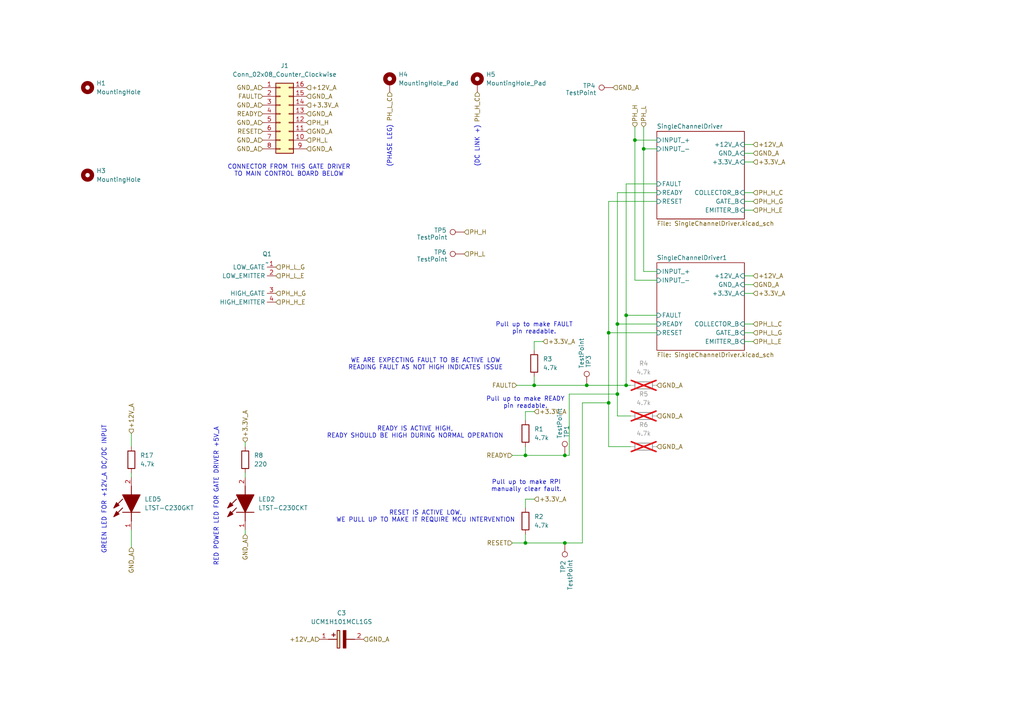
<source format=kicad_sch>
(kicad_sch (version 20250114) (generator "eeschema") (generator_version "9.0")
  (paper "A4")
  (lib_symbols
    (symbol "Connector:TestPoint" (pin_numbers (hide yes)) (pin_names (offset 0.762) (hide yes))
      (property "Reference" "TP" (at 0 6.858 0))
      (property "Value" "TestPoint" (at 0 5.08 0))
      (symbol "TestPoint_0_1"
        (circle (center 0 3.302) (radius 0.762))
      )
      (symbol "TestPoint_1_1"
        (pin passive line (at 0 0 90) (length 2.54) (name "1") (number "1"))
      )
    )
    (symbol "Connector_Generic:Conn_02x08_Counter_Clockwise" (pin_names (offset 1.016) (hide yes))
      (property "Reference" "J" (at 1.27 10.16 0))
      (property "Value" "Conn_02x08_Counter_Clockwise" (at 1.27 -12.7 0))
      (symbol "Conn_02x08_Counter_Clockwise_1_1"
        (rectangle (start -1.27 8.89) (end 3.81 -11.43) (stroke (width 0.254)) (fill (type background)))
        (rectangle (start -1.27 7.747) (end 0 7.493) (stroke (width 0.1524)))
        (rectangle (start -1.27 5.207) (end 0 4.953) (stroke (width 0.1524)))
        (rectangle (start -1.27 2.667) (end 0 2.413) (stroke (width 0.1524)))
        (rectangle (start -1.27 0.127) (end 0 -0.127) (stroke (width 0.1524)))
        (rectangle (start -1.27 -2.413) (end 0 -2.667) (stroke (width 0.1524)))
        (rectangle (start -1.27 -4.953) (end 0 -5.207) (stroke (width 0.1524)))
        (rectangle (start -1.27 -7.493) (end 0 -7.747) (stroke (width 0.1524)))
        (rectangle (start -1.27 -10.033) (end 0 -10.287) (stroke (width 0.1524)))
        (rectangle (start 3.81 7.747) (end 2.54 7.493) (stroke (width 0.1524)))
        (rectangle (start 3.81 5.207) (end 2.54 4.953) (stroke (width 0.1524)))
        (rectangle (start 3.81 2.667) (end 2.54 2.413) (stroke (width 0.1524)))
        (rectangle (start 3.81 0.127) (end 2.54 -0.127) (stroke (width 0.1524)))
        (rectangle (start 3.81 -2.413) (end 2.54 -2.667) (stroke (width 0.1524)))
        (rectangle (start 3.81 -4.953) (end 2.54 -5.207) (stroke (width 0.1524)))
        (rectangle (start 3.81 -7.493) (end 2.54 -7.747) (stroke (width 0.1524)))
        (rectangle (start 3.81 -10.033) (end 2.54 -10.287) (stroke (width 0.1524)))
        (pin passive line (at -5.08 7.62 0) (length 3.81) (name "Pin_1") (number "1"))
        (pin passive line (at -5.08 5.08 0) (length 3.81) (name "Pin_2") (number "2"))
        (pin passive line (at -5.08 2.54 0) (length 3.81) (name "Pin_3") (number "3"))
        (pin passive line (at -5.08 0 0) (length 3.81) (name "Pin_4") (number "4"))
        (pin passive line (at -5.08 -2.54 0) (length 3.81) (name "Pin_5") (number "5"))
        (pin passive line (at -5.08 -5.08 0) (length 3.81) (name "Pin_6") (number "6"))
        (pin passive line (at -5.08 -7.62 0) (length 3.81) (name "Pin_7") (number "7"))
        (pin passive line (at -5.08 -10.16 0) (length 3.81) (name "Pin_8") (number "8"))
        (pin passive line (at 7.62 7.62 180) (length 3.81) (name "Pin_16") (number "16"))
        (pin passive line (at 7.62 5.08 180) (length 3.81) (name "Pin_15") (number "15"))
        (pin passive line (at 7.62 2.54 180) (length 3.81) (name "Pin_14") (number "14"))
        (pin passive line (at 7.62 0 180) (length 3.81) (name "Pin_13") (number "13"))
        (pin passive line (at 7.62 -2.54 180) (length 3.81) (name "Pin_12") (number "12"))
        (pin passive line (at 7.62 -5.08 180) (length 3.81) (name "Pin_11") (number "11"))
        (pin passive line (at 7.62 -7.62 180) (length 3.81) (name "Pin_10") (number "10"))
        (pin passive line (at 7.62 -10.16 180) (length 3.81) (name "Pin_9") (number "9"))
      )
    )
    (symbol "Device:R" (pin_numbers (hide yes)) (pin_names (offset 0))
      (property "Reference" "R" (at 2.032 0 90))
      (property "Value" "R" (at 0 0 90))
      (symbol "R_0_1"
        (rectangle (start -1.016 -2.54) (end 1.016 2.54) (stroke (width 0.254)))
      )
      (symbol "R_1_1"
        (pin passive line (at 0 3.81 270) (length 1.27) (name "~") (number "1"))
        (pin passive line (at 0 -3.81 90) (length 1.27) (name "~") (number "2"))
      )
    )
    (symbol "InverterCom:62mm_power_module"
      (property "Reference" "Q" (at 0 0 0))
      (symbol "62mm_power_module_1_1"
        (pin input line (at 0 -2.54 0) (length 2.54) (name "HIGH_EMITTER") (number "4"))
        (pin input line (at 0 -5.08 0) (length 2.54) (name "HIGH_GATE") (number "3"))
        (pin input line (at 0 -10.16 0) (length 2.54) (name "LOW_EMITTER") (number "2"))
        (pin input line (at 0 -12.7 0) (length 2.54) (name "LOW_GATE") (number "1"))
      )
    )
    (symbol "InverterCom:LTST-C230CKT" (pin_names (hide yes))
      (property "Reference" "LED" (at 12.7 8.89 0))
      (property "Value" "LTST-C230CKT" (at 12.7 6.35 0))
      (symbol "LTST-C230CKT_1_1"
        (polyline (pts (xy 2.54 0) (xy 5.08 0)) (stroke (width 0.254)))
        (polyline (pts (xy 5.08 2.54) (xy 5.08 -2.54)) (stroke (width 0.254)))
        (polyline (pts (xy 5.08 0) (xy 10.16 2.54) (xy 10.16 -2.54) (xy 5.08 0)) (stroke (width 0.254)) (fill (type outline)))
        (polyline (pts (xy 5.334 4.318) (xy 4.572 3.556) (xy 3.81 5.08) (xy 5.334 4.318)) (stroke (width 0.254)) (fill (type outline)))
        (polyline (pts (xy 6.35 2.54) (xy 3.81 5.08)) (stroke (width 0.254)))
        (polyline (pts (xy 7.874 4.318) (xy 7.112 3.556) (xy 6.35 5.08) (xy 7.874 4.318)) (stroke (width 0.254)) (fill (type outline)))
        (polyline (pts (xy 8.89 2.54) (xy 6.35 5.08)) (stroke (width 0.254)))
        (polyline (pts (xy 10.16 0) (xy 12.7 0)) (stroke (width 0.254)))
        (pin passive line (at 0 0 0) (length 2.54) (name "K") (number "1"))
        (pin passive line (at 15.24 0 180) (length 2.54) (name "A") (number "2"))
      )
    )
    (symbol "InverterCom:LTST-C230GKT" (pin_names (hide yes))
      (property "Reference" "LED" (at 12.7 8.89 0))
      (property "Value" "LTST-C230GKT" (at 12.7 6.35 0))
      (symbol "LTST-C230GKT_1_1"
        (polyline (pts (xy 2.54 0) (xy 5.08 0)) (stroke (width 0.254)))
        (polyline (pts (xy 5.08 2.54) (xy 5.08 -2.54)) (stroke (width 0.254)))
        (polyline (pts (xy 5.08 0) (xy 10.16 2.54) (xy 10.16 -2.54) (xy 5.08 0)) (stroke (width 0.254)) (fill (type outline)))
        (polyline (pts (xy 5.334 4.318) (xy 4.572 3.556) (xy 3.81 5.08) (xy 5.334 4.318)) (stroke (width 0.254)) (fill (type outline)))
        (polyline (pts (xy 6.35 2.54) (xy 3.81 5.08)) (stroke (width 0.254)))
        (polyline (pts (xy 7.874 4.318) (xy 7.112 3.556) (xy 6.35 5.08) (xy 7.874 4.318)) (stroke (width 0.254)) (fill (type outline)))
        (polyline (pts (xy 8.89 2.54) (xy 6.35 5.08)) (stroke (width 0.254)))
        (polyline (pts (xy 10.16 0) (xy 12.7 0)) (stroke (width 0.254)))
        (pin passive line (at 0 0 0) (length 2.54) (name "K") (number "1"))
        (pin passive line (at 15.24 0 180) (length 2.54) (name "A") (number "2"))
      )
    )
    (symbol "InverterCom:UCM1H101MCL1GS" (pin_names (hide yes))
      (property "Reference" "C" (at 8.89 6.35 0))
      (property "Value" "UCM1H101MCL1GS" (at 8.89 3.81 0))
      (symbol "UCM1H101MCL1GS_1_1"
        (polyline (pts (xy 2.54 0) (xy 5.08 0)) (stroke (width 0.254)))
        (polyline (pts (xy 4.064 1.778) (xy 4.064 0.762)) (stroke (width 0.254)))
        (polyline (pts (xy 4.572 1.27) (xy 3.556 1.27)) (stroke (width 0.254)))
        (rectangle (start 5.08 2.54) (end 5.842 -2.54) (stroke (width 0.254)) (fill (type background)))
        (polyline (pts (xy 7.62 2.54) (xy 7.62 -2.54) (xy 6.858 -2.54) (xy 6.858 2.54) (xy 7.62 2.54)) (stroke (width 0.254)) (fill (type outline)))
        (polyline (pts (xy 7.62 0) (xy 10.16 0)) (stroke (width 0.254)))
        (pin passive line (at 0 0 0) (length 2.54) (name "+") (number "1"))
        (pin passive line (at 12.7 0 180) (length 2.54) (name "-") (number "2"))
      )
    )
    (symbol "Mechanical:MountingHole" (pin_names (offset 1.016)) (in_bom no)
      (property "Reference" "H" (at 0 5.08 0))
      (property "Value" "MountingHole" (at 0 3.175 0))
      (symbol "MountingHole_0_1"
        (circle (center 0 0) (radius 1.27) (stroke (width 1.27)))
      )
    )
    (symbol "Mechanical:MountingHole_Pad" (pin_numbers (hide yes)) (pin_names (offset 1.016) (hide yes)) (in_bom no)
      (property "Reference" "H" (at 0 6.35 0))
      (property "Value" "MountingHole_Pad" (at 0 4.445 0))
      (symbol "MountingHole_Pad_0_1"
        (circle (center 0 1.27) (radius 1.27) (stroke (width 1.27)))
      )
      (symbol "MountingHole_Pad_1_1"
        (pin input line (at 0 -2.54 90) (length 2.54) (name "1") (number "1"))
      )
    )
  )
  (text "Pull up to make READY\npin readable." (at 152.4 116.84 0) (effects (font (size 1.27 1.27))))
  (text "Pull up to make FAULT\npin readable." (at 154.94 95.25 0) (effects (font (size 1.27 1.27))))
  (text "Pull up to make RPI\nmanually clear fault." (at 152.654 140.97 0) (effects (font (size 1.27 1.27))))
  (text "(DC LINK +)" (at 138.43 42.418 90) (effects (font (size 1.27 1.27))))
  (text "CONNECTOR FROM THIS GATE DRIVER\nTO MAIN CONTROL BOARD BELOW" (at 83.82 49.53 0) (effects (font (size 1.27 1.27))))
  (text "READY IS ACTIVE HIGH,\nREADY SHOULD BE HIGH DURING NORMAL OPERATION" (at 120.396 125.476 0) (effects (font (size 1.27 1.27))))
  (text "RESET IS ACTIVE LOW,\nWE PULL UP TO MAKE IT REQUIRE MCU INTERVENTION" (at 123.444 149.86 0) (effects (font (size 1.27 1.27))))
  (text "GREEN LED FOR +12V_A DC/DC INPUT" (at 30.226 141.986 90) (effects (font (size 1.27 1.27))))
  (text "WE ARE EXPECTING FAULT TO BE ACTIVE LOW\nREADING FAULT AS NOT HIGH INDICATES ISSUE" (at 123.444 105.664 0) (effects (font (size 1.27 1.27))))
  (text "RED POWER LED FOR GATE DRIVER +5V_A" (at 62.738 144.018 90) (effects (font (size 1.27 1.27))))
  (text "(PHASE LEG)" (at 113.03 42.418 90) (effects (font (size 1.27 1.27))))
  (junction (at 181.61 91.44))
  (junction (at 152.4 157.48))
  (junction (at 163.83 157.48))
  (junction (at 179.07 114.3))
  (junction (at 163.83 132.08))
  (junction (at 176.53 116.84))
  (junction (at 179.07 93.98))
  (junction (at 184.15 40.64))
  (junction (at 170.18 111.76))
  (junction (at 186.69 43.18))
  (junction (at 176.53 96.52))
  (junction (at 154.94 111.76))
  (junction (at 152.4 132.08))
  (junction (at 181.61 111.76))
  (no_connect (at 388.62 78.74))
  (wire (pts (xy 186.69 36.83) (xy 186.69 43.18)))
  (wire (pts (xy 215.9 96.52) (xy 218.44 96.52)))
  (wire (pts (xy 152.4 144.78) (xy 152.4 147.32)))
  (wire (pts (xy 152.4 129.54) (xy 152.4 132.08)))
  (wire (pts (xy 184.15 81.28) (xy 184.15 40.64)))
  (wire (pts (xy 38.1 153.67) (xy 38.1 158.75)))
  (wire (pts (xy 154.94 119.38) (xy 152.4 119.38)))
  (wire (pts (xy 176.53 116.84) (xy 176.53 129.54)))
  (wire (pts (xy 181.61 53.34) (xy 181.61 91.44)))
  (wire (pts (xy 190.5 81.28) (xy 184.15 81.28)))
  (wire (pts (xy 154.94 144.78) (xy 152.4 144.78)))
  (wire (pts (xy 215.9 44.45) (xy 218.44 44.45)))
  (wire (pts (xy 181.61 111.76) (xy 182.88 111.76)))
  (wire (pts (xy 157.48 99.06) (xy 154.94 99.06)))
  (wire (pts (xy 168.91 116.84) (xy 168.91 157.48)))
  (wire (pts (xy 179.07 93.98) (xy 179.07 114.3)))
  (wire (pts (xy 163.83 132.08) (xy 165.1 132.08)))
  (wire (pts (xy 190.5 58.42) (xy 176.53 58.42)))
  (wire (pts (xy 181.61 91.44) (xy 181.61 111.76)))
  (wire (pts (xy 184.15 40.64) (xy 190.5 40.64)))
  (wire (pts (xy 215.9 82.55) (xy 218.44 82.55)))
  (wire (pts (xy 181.61 91.44) (xy 190.5 91.44)))
  (wire (pts (xy 182.88 120.65) (xy 179.07 120.65)))
  (wire (pts (xy 190.5 78.74) (xy 186.69 78.74)))
  (wire (pts (xy 176.53 96.52) (xy 190.5 96.52)))
  (wire (pts (xy 154.94 111.76) (xy 170.18 111.76)))
  (wire (pts (xy 215.9 60.96) (xy 218.44 60.96)))
  (wire (pts (xy 215.9 46.99) (xy 218.44 46.99)))
  (wire (pts (xy 179.07 114.3) (xy 179.07 120.65)))
  (wire (pts (xy 168.91 116.84) (xy 176.53 116.84)))
  (wire (pts (xy 215.9 85.09) (xy 218.44 85.09)))
  (wire (pts (xy 148.59 157.48) (xy 152.4 157.48)))
  (wire (pts (xy 182.88 129.54) (xy 176.53 129.54)))
  (wire (pts (xy 165.1 114.3) (xy 165.1 132.08)))
  (wire (pts (xy 163.83 157.48) (xy 168.91 157.48)))
  (wire (pts (xy 152.4 119.38) (xy 152.4 121.92)))
  (wire (pts (xy 186.69 78.74) (xy 186.69 43.18)))
  (wire (pts (xy 215.9 80.01) (xy 218.44 80.01)))
  (wire (pts (xy 165.1 114.3) (xy 179.07 114.3)))
  (wire (pts (xy 215.9 41.91) (xy 218.44 41.91)))
  (wire (pts (xy 215.9 99.06) (xy 218.44 99.06)))
  (wire (pts (xy 71.12 128.27) (xy 71.12 129.54)))
  (wire (pts (xy 186.69 43.18) (xy 190.5 43.18)))
  (wire (pts (xy 179.07 55.88) (xy 179.07 93.98)))
  (wire (pts (xy 71.12 137.16) (xy 71.12 138.43)))
  (wire (pts (xy 148.59 132.08) (xy 152.4 132.08)))
  (wire (pts (xy 184.15 36.83) (xy 184.15 40.64)))
  (wire (pts (xy 215.9 58.42) (xy 218.44 58.42)))
  (wire (pts (xy 154.94 111.76) (xy 154.94 109.22)))
  (wire (pts (xy 176.53 96.52) (xy 176.53 116.84)))
  (wire (pts (xy 215.9 55.88) (xy 218.44 55.88)))
  (wire (pts (xy 176.53 58.42) (xy 176.53 96.52)))
  (wire (pts (xy 190.5 55.88) (xy 179.07 55.88)))
  (wire (pts (xy 152.4 154.94) (xy 152.4 157.48)))
  (wire (pts (xy 149.86 111.76) (xy 154.94 111.76)))
  (wire (pts (xy 152.4 157.48) (xy 163.83 157.48)))
  (wire (pts (xy 38.1 125.73) (xy 38.1 129.54)))
  (wire (pts (xy 179.07 93.98) (xy 190.5 93.98)))
  (wire (pts (xy 71.12 153.67) (xy 71.12 154.94)))
  (wire (pts (xy 170.18 111.76) (xy 181.61 111.76)))
  (wire (pts (xy 154.94 99.06) (xy 154.94 101.6)))
  (wire (pts (xy 215.9 93.98) (xy 218.44 93.98)))
  (wire (pts (xy 152.4 132.08) (xy 163.83 132.08)))
  (wire (pts (xy 38.1 137.16) (xy 38.1 138.43)))
  (wire (pts (xy 190.5 53.34) (xy 181.61 53.34)))
  (hierarchical_label "+3.3V_A" (shape input) (at 71.12 128.27 90))
  (hierarchical_label "PH_H_C" (shape input) (at 138.43 26.67 270))
  (hierarchical_label "GND_A" (shape input) (at 76.2 30.48 180))
  (hierarchical_label "+3.3V_A" (shape input) (at 218.44 85.09 0))
  (hierarchical_label "PH_H" (shape input) (at 88.9 35.56 0))
  (hierarchical_label "PH_L_G" (shape input) (at 218.44 96.52 0))
  (hierarchical_label "+3.3V_A" (shape input) (at 157.48 99.06 0))
  (hierarchical_label "+12V_A" (shape input) (at 38.1 125.73 90))
  (hierarchical_label "PH_L_E" (shape input) (at 218.44 99.06 0))
  (hierarchical_label "GND_A" (shape input) (at 71.12 154.94 270))
  (hierarchical_label "FAULT" (shape input) (at 149.86 111.76 180))
  (hierarchical_label "PH_H_G" (shape input) (at 218.44 58.42 0))
  (hierarchical_label "GND_A" (shape input) (at 76.2 40.64 180))
  (hierarchical_label "PH_H_C" (shape input) (at 218.44 55.88 0))
  (hierarchical_label "PH_L" (shape input) (at 134.62 73.66 0))
  (hierarchical_label "+3.3V_A" (shape input) (at 218.44 46.99 0))
  (hierarchical_label "PH_L" (shape input) (at 186.69 36.83 90))
  (hierarchical_label "+3.3V_A" (shape input) (at 154.94 144.78 0))
  (hierarchical_label "+12V_A" (shape input) (at 92.71 185.42 180))
  (hierarchical_label "PH_H_G" (shape input) (at 80.01 85.09 0))
  (hierarchical_label "GND_A" (shape input) (at 88.9 33.02 0))
  (hierarchical_label "PH_L_G" (shape input) (at 80.01 77.47 0))
  (hierarchical_label "PH_H_E" (shape input) (at 80.01 87.63 0))
  (hierarchical_label "GND_A" (shape input) (at 76.2 43.18 180))
  (hierarchical_label "+12V_A" (shape input) (at 218.44 80.01 0))
  (hierarchical_label "READY" (shape input) (at 76.2 33.02 180))
  (hierarchical_label "FAULT" (shape input) (at 76.2 27.94 180))
  (hierarchical_label "GND_A" (shape input) (at 105.41 185.42 0))
  (hierarchical_label "GND_A" (shape input) (at 218.44 44.45 0))
  (hierarchical_label "GND_A" (shape input) (at 218.44 82.55 0))
  (hierarchical_label "GND_A" (shape input) (at 88.9 38.1 0))
  (hierarchical_label "PH_H_E" (shape input) (at 218.44 60.96 0))
  (hierarchical_label "RESET" (shape input) (at 148.59 157.48 180))
  (hierarchical_label "GND_A" (shape input) (at 88.9 27.94 0))
  (hierarchical_label "GND_A" (shape input) (at 38.1 158.75 270))
  (hierarchical_label "PH_L_C" (shape input) (at 113.03 26.67 270))
  (hierarchical_label "READY" (shape input) (at 148.59 132.08 180))
  (hierarchical_label "PH_H" (shape input) (at 134.62 67.31 0))
  (hierarchical_label "GND_A" (shape input) (at 190.5 111.76 0))
  (hierarchical_label "+3.3V_A" (shape input) (at 154.94 119.38 0))
  (hierarchical_label "PH_L" (shape input) (at 88.9 40.64 0))
  (hierarchical_label "PH_H" (shape input) (at 184.15 36.83 90))
  (hierarchical_label "GND_A" (shape input) (at 88.9 43.18 0))
  (hierarchical_label "+3.3V_A" (shape input) (at 88.9 30.48 0))
  (hierarchical_label "+12V_A" (shape input) (at 218.44 41.91 0))
  (hierarchical_label "GND_A" (shape input) (at 190.5 129.54 0))
  (hierarchical_label "GND_A" (shape input) (at 76.2 35.56 180))
  (hierarchical_label "GND_A" (shape input) (at 177.8 25.4 0))
  (hierarchical_label "GND_A" (shape input) (at 76.2 25.4 180))
  (hierarchical_label "RESET" (shape input) (at 76.2 38.1 180))
  (hierarchical_label "PH_L_E" (shape input) (at 80.01 80.01 0))
  (hierarchical_label "PH_L_C" (shape input) (at 218.44 93.98 0))
  (hierarchical_label "+12V_A" (shape input) (at 88.9 25.4 0))
  (hierarchical_label "GND_A" (shape input) (at 190.5 120.65 0))
  (symbol (lib_id "InverterCom:LTST-C230CKT") (at 71.12 153.67 90) (unit 1)
    (property "Reference" "LED2" (at 74.93 144.7799 90) (effects (justify right)))
    (property "Value" "LTST-C230CKT" (at 74.93 147.3199 90) (effects (justify right)))
    (property "Footprint" "InverterCom:LEDC3216X120N" (effects (hide yes)))
    (property "Description" "Standard LEDs - SMD Red Clear 638nm" (effects (hide yes)))
    (property "Height" "1.2" (effects (hide yes)))
    (property "Mouser Part Number" "859-LTST-C230CKT" (effects (hide yes)))
    (property "Mouser Price/Stock" "https://www.mouser.co.uk/ProductDetail/Lite-On/LTST-C230CKT?qs=Ajas4iFhtucdJAOTHdHdqw%3D%3D" (effects (hide yes)))
    (property "Manufacturer_Name" "Lite-On" (effects (hide yes)))
    (property "Manufacturer_Part_Number" "LTST-C230CKT" (effects (hide yes)))
  )
  (symbol (lib_id "InverterCom:62mm_power_module") (at 80.01 90.17 180) (unit 1)
    (property "Reference" "Q1" (at 77.47 73.66 0))
    (property "Value" "~" (at 77.47 76.2 0))
    (property "Footprint" "InverterCom:62mm_power_module" (effects (hide yes)))
  )
  (symbol (lib_id "Connector:TestPoint") (at 163.83 132.08 0) (unit 1)
    (property "Reference" "TP1" (at 164.338 127 90) (effects (justify left)))
    (property "Value" "TestPoint" (at 162.306 127.254 90) (effects (justify left)))
    (property "Footprint" "TestPoint:TestPoint_Loop_D2.54mm_Drill1.5mm_Beaded" (effects (hide yes)))
    (property "Description" "test point" (effects (hide yes)))
  )
  (symbol (lib_id "Connector_Generic:Conn_02x08_Counter_Clockwise") (at 81.28 33.02 0) (unit 1)
    (property "Reference" "J1" (at 82.55 19.05 0))
    (property "Value" "Conn_02x08_Counter_Clockwise" (at 82.55 21.59 0))
    (property "Footprint" "Connector_PinHeader_2.54mm:PinHeader_2x08_P2.54mm_Vertical" (effects (hide yes)))
    (property "Description" "Generic connector, double row, 02x08, counter clockwise pin numbering scheme (similar to DIP package numbering), script generated (kicad-library-utils/schlib/autogen/connector/)" (effects (hide yes)))
  )
  (symbol (lib_id "Device:R") (at 71.12 133.35 180) (unit 1)
    (property "Reference" "R8" (at 73.66 132.0799 0) (effects (justify right)))
    (property "Value" "220" (at 73.66 134.6199 0) (effects (justify right)))
    (property "Footprint" "Resistor_SMD:R_1210_3225Metric_Pad1.30x2.65mm_HandSolder" (effects (hide yes)))
    (property "Description" "Resistor" (effects (hide yes)))
  )
  (symbol (lib_id "Mechanical:MountingHole_Pad") (at 138.43 24.13 0) (unit 1) (in_bom no)
    (property "Reference" "H5" (at 140.97 21.5899 0) (effects (justify left)))
    (property "Value" "MountingHole_Pad" (at 140.97 24.1299 0) (effects (justify left)))
    (property "Footprint" "MountingHole:MountingHole_2.2mm_M2_Pad" (effects (hide yes)))
    (property "Description" "Mounting Hole with connection" (effects (hide yes)))
  )
  (symbol (lib_id "InverterCom:UCM1H101MCL1GS") (at 92.71 185.42 0) (unit 1)
    (property "Reference" "C3" (at 99.06 177.8 0))
    (property "Value" "UCM1H101MCL1GS" (at 99.06 180.34 0))
    (property "Footprint" "CAPAE660X800N" (effects (hide yes)))
    (property "Datasheet" "http://www.nichicon.co.jp/english/products/pdfs/e-ucm.pdf" (effects (hide yes)))
    (property "Description" "Nichicon 100uF 50 V Aluminium Electrolytic Capacitor SMD, CM Series 2000h 6.3 (Dia.) x 7.7mm" (effects (hide yes)))
    (property "Height" "8" (effects (hide yes)))
    (property "Mouser Part Number" "647-UCM1H101MCL1GS" (effects (hide yes)))
    (property "Mouser Price/Stock" "https://www.mouser.co.uk/ProductDetail/Nichicon/UCM1H101MCL1GS?qs=DSgADHjnLTkk%252B%2Fewo0WoDQ%3D%3D" (effects (hide yes)))
    (property "Manufacturer_Name" "Nichicon" (effects (hide yes)))
    (property "Manufacturer_Part_Number" "UCM1H101MCL1GS" (effects (hide yes)))
  )
  (symbol (lib_id "Device:R") (at 154.94 105.41 180) (unit 1)
    (property "Reference" "R3" (at 157.48 104.1399 0) (effects (justify right)))
    (property "Value" "4.7k" (at 157.48 106.6799 0) (effects (justify right)))
    (property "Footprint" "Resistor_SMD:R_1210_3225Metric_Pad1.30x2.65mm_HandSolder" (effects (hide yes)))
    (property "Description" "Resistor" (effects (hide yes)))
  )
  (symbol (lib_id "Mechanical:MountingHole") (at 25.4 25.4 0) (unit 1) (in_bom no)
    (property "Reference" "H1" (at 27.94 24.1299 0) (effects (justify left)))
    (property "Value" "MountingHole" (at 27.94 26.6699 0) (effects (justify left)))
    (property "Footprint" "MountingHole:MountingHole_5.3mm_M5" (effects (hide yes)))
    (property "Description" "Mounting Hole without connection" (effects (hide yes)))
  )
  (symbol (lib_id "Device:R") (at 186.69 120.65 270) (unit 1) (dnp yes)
    (property "Reference" "R5" (at 186.69 114.3 90))
    (property "Value" "4.7k" (at 186.69 116.84 90))
    (property "Footprint" "Resistor_SMD:R_1210_3225Metric_Pad1.30x2.65mm_HandSolder" (effects (hide yes)))
    (property "Description" "Resistor" (effects (hide yes)))
  )
  (symbol (lib_id "Device:R") (at 186.69 111.76 270) (unit 1) (dnp yes)
    (property "Reference" "R4" (at 186.69 105.41 90))
    (property "Value" "4.7k" (at 186.69 107.95 90))
    (property "Footprint" "Resistor_SMD:R_1210_3225Metric_Pad1.30x2.65mm_HandSolder" (effects (hide yes)))
    (property "Description" "Resistor" (effects (hide yes)))
  )
  (symbol (lib_id "Mechanical:MountingHole") (at 25.4 50.8 0) (unit 1) (in_bom no)
    (property "Reference" "H3" (at 27.94 49.5299 0) (effects (justify left)))
    (property "Value" "MountingHole" (at 27.94 52.0699 0) (effects (justify left)))
    (property "Footprint" "MountingHole:MountingHole_5.3mm_M5" (effects (hide yes)))
    (property "Description" "Mounting Hole without connection" (effects (hide yes)))
  )
  (symbol (lib_id "Device:R") (at 152.4 125.73 180) (unit 1)
    (property "Reference" "R1" (at 154.94 124.4599 0) (effects (justify right)))
    (property "Value" "4.7k" (at 154.94 126.9999 0) (effects (justify right)))
    (property "Footprint" "Resistor_SMD:R_1210_3225Metric_Pad1.30x2.65mm_HandSolder" (effects (hide yes)))
    (property "Description" "Resistor" (effects (hide yes)))
  )
  (symbol (lib_id "Mechanical:MountingHole_Pad") (at 113.03 24.13 0) (unit 1) (in_bom no)
    (property "Reference" "H4" (at 115.57 21.5899 0) (effects (justify left)))
    (property "Value" "MountingHole_Pad" (at 115.57 24.1299 0) (effects (justify left)))
    (property "Footprint" "MountingHole:MountingHole_2.2mm_M2_Pad" (effects (hide yes)))
    (property "Description" "Mounting Hole with connection" (effects (hide yes)))
  )
  (symbol (lib_id "Connector:TestPoint") (at 163.83 157.48 180) (unit 1)
    (property "Reference" "TP2" (at 163.322 162.56 90) (effects (justify left)))
    (property "Value" "TestPoint" (at 165.354 162.306 90) (effects (justify left)))
    (property "Footprint" "TestPoint:TestPoint_Loop_D2.54mm_Drill1.5mm_Beaded" (effects (hide yes)))
    (property "Description" "test point" (effects (hide yes)))
  )
  (symbol (lib_id "Device:R") (at 186.69 129.54 270) (unit 1) (dnp yes)
    (property "Reference" "R6" (at 186.69 123.19 90))
    (property "Value" "4.7k" (at 186.69 125.73 90))
    (property "Footprint" "Resistor_SMD:R_1210_3225Metric_Pad1.30x2.65mm_HandSolder" (effects (hide yes)))
    (property "Description" "Resistor" (effects (hide yes)))
  )
  (symbol (lib_id "InverterCom:LTST-C230GKT") (at 38.1 153.67 90) (unit 1)
    (property "Reference" "LED5" (at 41.91 144.7799 90) (effects (justify right)))
    (property "Value" "LTST-C230GKT" (at 41.91 147.3199 90) (effects (justify right)))
    (property "Footprint" "InverterCom:LEDC3216X120N" (effects (hide yes)))
    (property "Description" "Lite-On LTST-C230GKT Green LED, 569 nm, 3016 (1206), Rectangle Lens SMD Package" (effects (hide yes)))
    (property "Height" "1.2" (effects (hide yes)))
    (property "Mouser Part Number" "859-LTST-C230GKT" (effects (hide yes)))
    (property "Mouser Price/Stock" "https://www.mouser.co.uk/ProductDetail/Lite-On/LTST-C230GKT?qs=7ZnIBiPc9DrbEstVFO1DAg%3D%3D" (effects (hide yes)))
    (property "Manufacturer_Name" "Lite-On" (effects (hide yes)))
    (property "Manufacturer_Part_Number" "LTST-C230GKT" (effects (hide yes)))
  )
  (symbol (lib_id "Connector:TestPoint") (at 134.62 73.66 90) (unit 1)
    (property "Reference" "TP6" (at 129.54 73.152 90) (effects (justify left)))
    (property "Value" "TestPoint" (at 129.794 75.184 90) (effects (justify left)))
    (property "Footprint" "TestPoint:TestPoint_Loop_D2.54mm_Drill1.5mm_Beaded" (effects (hide yes)))
    (property "Description" "test point" (effects (hide yes)))
  )
  (symbol (lib_id "Connector:TestPoint") (at 170.18 111.76 0) (unit 1)
    (property "Reference" "TP3" (at 170.688 106.68 90) (effects (justify left)))
    (property "Value" "TestPoint" (at 168.656 106.934 90) (effects (justify left)))
    (property "Footprint" "TestPoint:TestPoint_Loop_D2.54mm_Drill1.5mm_Beaded" (effects (hide yes)))
    (property "Description" "test point" (effects (hide yes)))
  )
  (symbol (lib_id "Device:R") (at 152.4 151.13 180) (unit 1)
    (property "Reference" "R2" (at 154.94 149.8599 0) (effects (justify right)))
    (property "Value" "4.7k" (at 154.94 152.3999 0) (effects (justify right)))
    (property "Footprint" "Resistor_SMD:R_1210_3225Metric_Pad1.30x2.65mm_HandSolder" (effects (hide yes)))
    (property "Description" "Resistor" (effects (hide yes)))
  )
  (symbol (lib_id "Connector:TestPoint") (at 134.62 67.31 90) (unit 1)
    (property "Reference" "TP5" (at 129.54 66.802 90) (effects (justify left)))
    (property "Value" "TestPoint" (at 129.794 68.834 90) (effects (justify left)))
    (property "Footprint" "TestPoint:TestPoint_Loop_D2.54mm_Drill1.5mm_Beaded" (effects (hide yes)))
    (property "Description" "test point" (effects (hide yes)))
  )
  (symbol (lib_id "Device:R") (at 38.1 133.35 180) (unit 1)
    (property "Reference" "R17" (at 40.64 132.0799 0) (effects (justify right)))
    (property "Value" "4.7k" (at 40.64 134.6199 0) (effects (justify right)))
    (property "Footprint" "Resistor_SMD:R_1210_3225Metric_Pad1.30x2.65mm_HandSolder" (effects (hide yes)))
    (property "Description" "Resistor" (effects (hide yes)))
  )
  (symbol (lib_id "Connector:TestPoint") (at 177.8 25.4 90) (unit 1)
    (property "Reference" "TP4" (at 172.72 24.892 90) (effects (justify left)))
    (property "Value" "TestPoint" (at 172.974 26.924 90) (effects (justify left)))
    (property "Footprint" "TestPoint:TestPoint_Loop_D2.54mm_Drill1.5mm_Beaded" (effects (hide yes)))
    (property "Description" "test point" (effects (hide yes)))
  )
  (sheet (at 190.5 38.1) (size 25.4 25.4) (stroke (width 0.1524))
    (property "Sheetname" "SingleChannelDriver" (at 190.5 37.3884 0) (effects (justify left bottom)))
    (property "Sheetfile" "SingleChannelDriver.kicad_sch" (at 190.5 64.0846 0) (effects (justify left top)))
    (pin "+3.3V_A" input (at 215.9 46.99 0))
    (pin "+12V_A" input (at 215.9 41.91 0))
    (pin "COLLECTOR_B" input (at 215.9 55.88 0))
    (pin "EMITTER_B" input (at 215.9 60.96 0))
    (pin "FAULT" input (at 190.5 53.34 180))
    (pin "GATE_B" input (at 215.9 58.42 0))
    (pin "GND_A" input (at 215.9 44.45 0))
    (pin "INPUT_+" input (at 190.5 40.64 180))
    (pin "INPUT_-" input (at 190.5 43.18 180))
    (pin "READY" input (at 190.5 55.88 180))
    (pin "RESET" input (at 190.5 58.42 180))
  )
  (sheet (at 190.5 76.2) (size 25.4 25.4) (stroke (width 0.1524))
    (property "Sheetname" "SingleChannelDriver1" (at 190.5 75.4884 0) (effects (justify left bottom)))
    (property "Sheetfile" "SingleChannelDriver.kicad_sch" (at 190.5 102.1846 0) (effects (justify left top)))
    (pin "+3.3V_A" input (at 215.9 85.09 0))
    (pin "+12V_A" input (at 215.9 80.01 0))
    (pin "COLLECTOR_B" input (at 215.9 93.98 0))
    (pin "EMITTER_B" input (at 215.9 99.06 0))
    (pin "FAULT" input (at 190.5 91.44 180))
    (pin "GATE_B" input (at 215.9 96.52 0))
    (pin "GND_A" input (at 215.9 82.55 0))
    (pin "INPUT_+" input (at 190.5 78.74 180))
    (pin "INPUT_-" input (at 190.5 81.28 180))
    (pin "READY" input (at 190.5 93.98 180))
    (pin "RESET" input (at 190.5 96.52 180))
  )
)
</source>
